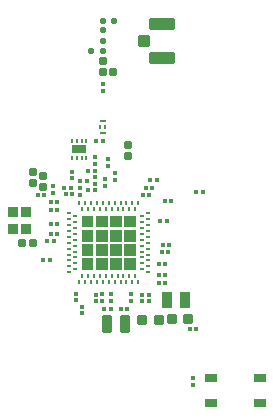
<source format=gtp>
G04*
G04 #@! TF.GenerationSoftware,Altium Limited,Altium NEXUS,5.1.2 (10)*
G04*
G04 Layer_Color=8421504*
%FSLAX25Y25*%
%MOIN*%
G70*
G04*
G04 #@! TF.SameCoordinates,614915EC-EFCC-4F07-BEE6-519DBFB5DABB*
G04*
G04*
G04 #@! TF.FilePolarity,Positive*
G04*
G01*
G75*
G04:AMPARAMS|DCode=10|XSize=35.43mil|YSize=31.5mil|CornerRadius=3.15mil|HoleSize=0mil|Usage=FLASHONLY|Rotation=270.000|XOffset=0mil|YOffset=0mil|HoleType=Round|Shape=RoundedRectangle|*
%AMROUNDEDRECTD10*
21,1,0.03543,0.02520,0,0,270.0*
21,1,0.02913,0.03150,0,0,270.0*
1,1,0.00630,-0.01260,-0.01457*
1,1,0.00630,-0.01260,0.01457*
1,1,0.00630,0.01260,0.01457*
1,1,0.00630,0.01260,-0.01457*
%
%ADD10ROUNDEDRECTD10*%
G04:AMPARAMS|DCode=11|XSize=31.5mil|YSize=59.06mil|CornerRadius=3.15mil|HoleSize=0mil|Usage=FLASHONLY|Rotation=0.000|XOffset=0mil|YOffset=0mil|HoleType=Round|Shape=RoundedRectangle|*
%AMROUNDEDRECTD11*
21,1,0.03150,0.05276,0,0,0.0*
21,1,0.02520,0.05906,0,0,0.0*
1,1,0.00630,0.01260,-0.02638*
1,1,0.00630,-0.01260,-0.02638*
1,1,0.00630,-0.01260,0.02638*
1,1,0.00630,0.01260,0.02638*
%
%ADD11ROUNDEDRECTD11*%
G04:AMPARAMS|DCode=12|XSize=13.78mil|YSize=7.87mil|CornerRadius=0.98mil|HoleSize=0mil|Usage=FLASHONLY|Rotation=270.000|XOffset=0mil|YOffset=0mil|HoleType=Round|Shape=RoundedRectangle|*
%AMROUNDEDRECTD12*
21,1,0.01378,0.00591,0,0,270.0*
21,1,0.01181,0.00787,0,0,270.0*
1,1,0.00197,-0.00295,-0.00591*
1,1,0.00197,-0.00295,0.00591*
1,1,0.00197,0.00295,0.00591*
1,1,0.00197,0.00295,-0.00591*
%
%ADD12ROUNDEDRECTD12*%
%ADD13R,0.04724X0.02756*%
G04:AMPARAMS|DCode=14|XSize=41.34mil|YSize=25.59mil|CornerRadius=2.56mil|HoleSize=0mil|Usage=FLASHONLY|Rotation=0.000|XOffset=0mil|YOffset=0mil|HoleType=Round|Shape=RoundedRectangle|*
%AMROUNDEDRECTD14*
21,1,0.04134,0.02047,0,0,0.0*
21,1,0.03622,0.02559,0,0,0.0*
1,1,0.00512,0.01811,-0.01024*
1,1,0.00512,-0.01811,-0.01024*
1,1,0.00512,-0.01811,0.01024*
1,1,0.00512,0.01811,0.01024*
%
%ADD14ROUNDEDRECTD14*%
G04:AMPARAMS|DCode=15|XSize=23.62mil|YSize=23.62mil|CornerRadius=2.36mil|HoleSize=0mil|Usage=FLASHONLY|Rotation=90.000|XOffset=0mil|YOffset=0mil|HoleType=Round|Shape=RoundedRectangle|*
%AMROUNDEDRECTD15*
21,1,0.02362,0.01890,0,0,90.0*
21,1,0.01890,0.02362,0,0,90.0*
1,1,0.00472,0.00945,0.00945*
1,1,0.00472,0.00945,-0.00945*
1,1,0.00472,-0.00945,-0.00945*
1,1,0.00472,-0.00945,0.00945*
%
%ADD15ROUNDEDRECTD15*%
%ADD16R,0.01181X0.00590*%
%ADD17R,0.00590X0.01181*%
G04:AMPARAMS|DCode=18|XSize=41.34mil|YSize=39.37mil|CornerRadius=3.94mil|HoleSize=0mil|Usage=FLASHONLY|Rotation=180.000|XOffset=0mil|YOffset=0mil|HoleType=Round|Shape=RoundedRectangle|*
%AMROUNDEDRECTD18*
21,1,0.04134,0.03150,0,0,180.0*
21,1,0.03347,0.03937,0,0,180.0*
1,1,0.00787,-0.01673,0.01575*
1,1,0.00787,0.01673,0.01575*
1,1,0.00787,0.01673,-0.01575*
1,1,0.00787,-0.01673,-0.01575*
%
%ADD18ROUNDEDRECTD18*%
G04:AMPARAMS|DCode=19|XSize=86.61mil|YSize=41.34mil|CornerRadius=4.13mil|HoleSize=0mil|Usage=FLASHONLY|Rotation=180.000|XOffset=0mil|YOffset=0mil|HoleType=Round|Shape=RoundedRectangle|*
%AMROUNDEDRECTD19*
21,1,0.08661,0.03307,0,0,180.0*
21,1,0.07835,0.04134,0,0,180.0*
1,1,0.00827,-0.03917,0.01654*
1,1,0.00827,0.03917,0.01654*
1,1,0.00827,0.03917,-0.01654*
1,1,0.00827,-0.03917,-0.01654*
%
%ADD19ROUNDEDRECTD19*%
G04:AMPARAMS|DCode=20|XSize=31.5mil|YSize=55.12mil|CornerRadius=3.15mil|HoleSize=0mil|Usage=FLASHONLY|Rotation=0.000|XOffset=0mil|YOffset=0mil|HoleType=Round|Shape=RoundedRectangle|*
%AMROUNDEDRECTD20*
21,1,0.03150,0.04882,0,0,0.0*
21,1,0.02520,0.05512,0,0,0.0*
1,1,0.00630,0.01260,-0.02441*
1,1,0.00630,-0.01260,-0.02441*
1,1,0.00630,-0.01260,0.02441*
1,1,0.00630,0.01260,0.02441*
%
%ADD20ROUNDEDRECTD20*%
G04:AMPARAMS|DCode=21|XSize=12.6mil|YSize=14.57mil|CornerRadius=0.63mil|HoleSize=0mil|Usage=FLASHONLY|Rotation=90.000|XOffset=0mil|YOffset=0mil|HoleType=Round|Shape=RoundedRectangle|*
%AMROUNDEDRECTD21*
21,1,0.01260,0.01331,0,0,90.0*
21,1,0.01134,0.01457,0,0,90.0*
1,1,0.00126,0.00665,0.00567*
1,1,0.00126,0.00665,-0.00567*
1,1,0.00126,-0.00665,-0.00567*
1,1,0.00126,-0.00665,0.00567*
%
%ADD21ROUNDEDRECTD21*%
G04:AMPARAMS|DCode=22|XSize=19.68mil|YSize=19.68mil|CornerRadius=1.97mil|HoleSize=0mil|Usage=FLASHONLY|Rotation=270.000|XOffset=0mil|YOffset=0mil|HoleType=Round|Shape=RoundedRectangle|*
%AMROUNDEDRECTD22*
21,1,0.01968,0.01575,0,0,270.0*
21,1,0.01575,0.01968,0,0,270.0*
1,1,0.00394,-0.00787,-0.00787*
1,1,0.00394,-0.00787,0.00787*
1,1,0.00394,0.00787,0.00787*
1,1,0.00394,0.00787,-0.00787*
%
%ADD22ROUNDEDRECTD22*%
G04:AMPARAMS|DCode=23|XSize=11.42mil|YSize=12.99mil|CornerRadius=0.98mil|HoleSize=0mil|Usage=FLASHONLY|Rotation=270.000|XOffset=0mil|YOffset=0mil|HoleType=Round|Shape=RoundedRectangle|*
%AMROUNDEDRECTD23*
21,1,0.01142,0.01102,0,0,270.0*
21,1,0.00945,0.01299,0,0,270.0*
1,1,0.00197,-0.00551,-0.00472*
1,1,0.00197,-0.00551,0.00472*
1,1,0.00197,0.00551,0.00472*
1,1,0.00197,0.00551,-0.00472*
%
%ADD23ROUNDEDRECTD23*%
G04:AMPARAMS|DCode=24|XSize=15.75mil|YSize=7.87mil|CornerRadius=0.98mil|HoleSize=0mil|Usage=FLASHONLY|Rotation=90.000|XOffset=0mil|YOffset=0mil|HoleType=Round|Shape=RoundedRectangle|*
%AMROUNDEDRECTD24*
21,1,0.01575,0.00591,0,0,90.0*
21,1,0.01378,0.00787,0,0,90.0*
1,1,0.00197,0.00295,0.00689*
1,1,0.00197,0.00295,-0.00689*
1,1,0.00197,-0.00295,-0.00689*
1,1,0.00197,-0.00295,0.00689*
%
%ADD24ROUNDEDRECTD24*%
G04:AMPARAMS|DCode=25|XSize=19.68mil|YSize=9.84mil|CornerRadius=1.97mil|HoleSize=0mil|Usage=FLASHONLY|Rotation=180.000|XOffset=0mil|YOffset=0mil|HoleType=Round|Shape=RoundedRectangle|*
%AMROUNDEDRECTD25*
21,1,0.01968,0.00591,0,0,180.0*
21,1,0.01575,0.00984,0,0,180.0*
1,1,0.00394,-0.00787,0.00295*
1,1,0.00394,0.00787,0.00295*
1,1,0.00394,0.00787,-0.00295*
1,1,0.00394,-0.00787,-0.00295*
%
%ADD25ROUNDEDRECTD25*%
G04:AMPARAMS|DCode=26|XSize=33.47mil|YSize=31.5mil|CornerRadius=3.94mil|HoleSize=0mil|Usage=FLASHONLY|Rotation=270.000|XOffset=0mil|YOffset=0mil|HoleType=Round|Shape=RoundedRectangle|*
%AMROUNDEDRECTD26*
21,1,0.03347,0.02362,0,0,270.0*
21,1,0.02559,0.03150,0,0,270.0*
1,1,0.00787,-0.01181,-0.01280*
1,1,0.00787,-0.01181,0.01280*
1,1,0.00787,0.01181,0.01280*
1,1,0.00787,0.01181,-0.01280*
%
%ADD26ROUNDEDRECTD26*%
G04:AMPARAMS|DCode=27|XSize=11.42mil|YSize=12.99mil|CornerRadius=0.98mil|HoleSize=0mil|Usage=FLASHONLY|Rotation=180.000|XOffset=0mil|YOffset=0mil|HoleType=Round|Shape=RoundedRectangle|*
%AMROUNDEDRECTD27*
21,1,0.01142,0.01102,0,0,180.0*
21,1,0.00945,0.01299,0,0,180.0*
1,1,0.00197,-0.00472,0.00551*
1,1,0.00197,0.00472,0.00551*
1,1,0.00197,0.00472,-0.00551*
1,1,0.00197,-0.00472,-0.00551*
%
%ADD27ROUNDEDRECTD27*%
G04:AMPARAMS|DCode=28|XSize=12.6mil|YSize=14.57mil|CornerRadius=0.63mil|HoleSize=0mil|Usage=FLASHONLY|Rotation=180.000|XOffset=0mil|YOffset=0mil|HoleType=Round|Shape=RoundedRectangle|*
%AMROUNDEDRECTD28*
21,1,0.01260,0.01331,0,0,180.0*
21,1,0.01134,0.01457,0,0,180.0*
1,1,0.00126,-0.00567,0.00665*
1,1,0.00126,0.00567,0.00665*
1,1,0.00126,0.00567,-0.00665*
1,1,0.00126,-0.00567,-0.00665*
%
%ADD28ROUNDEDRECTD28*%
G04:AMPARAMS|DCode=29|XSize=12.6mil|YSize=13.39mil|CornerRadius=1.58mil|HoleSize=0mil|Usage=FLASHONLY|Rotation=90.000|XOffset=0mil|YOffset=0mil|HoleType=Round|Shape=RoundedRectangle|*
%AMROUNDEDRECTD29*
21,1,0.01260,0.01024,0,0,90.0*
21,1,0.00945,0.01339,0,0,90.0*
1,1,0.00315,0.00512,0.00472*
1,1,0.00315,0.00512,-0.00472*
1,1,0.00315,-0.00512,-0.00472*
1,1,0.00315,-0.00512,0.00472*
%
%ADD29ROUNDEDRECTD29*%
G04:AMPARAMS|DCode=30|XSize=12.6mil|YSize=13.39mil|CornerRadius=1.58mil|HoleSize=0mil|Usage=FLASHONLY|Rotation=180.000|XOffset=0mil|YOffset=0mil|HoleType=Round|Shape=RoundedRectangle|*
%AMROUNDEDRECTD30*
21,1,0.01260,0.01024,0,0,180.0*
21,1,0.00945,0.01339,0,0,180.0*
1,1,0.00315,-0.00472,0.00512*
1,1,0.00315,0.00472,0.00512*
1,1,0.00315,0.00472,-0.00512*
1,1,0.00315,-0.00472,-0.00512*
%
%ADD30ROUNDEDRECTD30*%
G04:AMPARAMS|DCode=31|XSize=23.62mil|YSize=23.62mil|CornerRadius=2.36mil|HoleSize=0mil|Usage=FLASHONLY|Rotation=0.000|XOffset=0mil|YOffset=0mil|HoleType=Round|Shape=RoundedRectangle|*
%AMROUNDEDRECTD31*
21,1,0.02362,0.01890,0,0,0.0*
21,1,0.01890,0.02362,0,0,0.0*
1,1,0.00472,0.00945,-0.00945*
1,1,0.00472,-0.00945,-0.00945*
1,1,0.00472,-0.00945,0.00945*
1,1,0.00472,0.00945,0.00945*
%
%ADD31ROUNDEDRECTD31*%
G04:AMPARAMS|DCode=32|XSize=19.68mil|YSize=19.68mil|CornerRadius=1.97mil|HoleSize=0mil|Usage=FLASHONLY|Rotation=180.000|XOffset=0mil|YOffset=0mil|HoleType=Round|Shape=RoundedRectangle|*
%AMROUNDEDRECTD32*
21,1,0.01968,0.01575,0,0,180.0*
21,1,0.01575,0.01968,0,0,180.0*
1,1,0.00394,-0.00787,0.00787*
1,1,0.00394,0.00787,0.00787*
1,1,0.00394,0.00787,-0.00787*
1,1,0.00394,-0.00787,-0.00787*
%
%ADD32ROUNDEDRECTD32*%
G36*
X43110Y55905D02*
Y51968D01*
X47047D01*
Y55905D01*
X43110D01*
D02*
G37*
G36*
Y60630D02*
Y56693D01*
X47047D01*
Y60630D01*
X43110D01*
D02*
G37*
G36*
X47835Y55905D02*
Y51968D01*
X51771D01*
Y55905D01*
X47835D01*
D02*
G37*
G36*
Y60630D02*
Y56693D01*
X51771D01*
Y60630D01*
X47835D01*
D02*
G37*
G36*
X43110Y65354D02*
Y61417D01*
X47047D01*
Y65354D01*
X43110D01*
D02*
G37*
G36*
Y70079D02*
Y66142D01*
X47047D01*
Y70079D01*
X43110D01*
D02*
G37*
G36*
X47835Y65354D02*
Y61417D01*
X51771D01*
Y65354D01*
X47835D01*
D02*
G37*
G36*
Y70079D02*
Y66142D01*
X51771D01*
Y70079D01*
X47835D01*
D02*
G37*
G36*
X52559Y55905D02*
Y51968D01*
X56496D01*
Y55905D01*
X52559D01*
D02*
G37*
G36*
Y60630D02*
Y56693D01*
X56496D01*
Y60630D01*
X52559D01*
D02*
G37*
G36*
X57283Y55905D02*
Y51968D01*
X61220D01*
Y55905D01*
X57283D01*
D02*
G37*
G36*
Y60630D02*
Y56693D01*
X61220D01*
Y60630D01*
X57283D01*
D02*
G37*
G36*
X52559Y65354D02*
Y61417D01*
X56496D01*
Y65354D01*
X52559D01*
D02*
G37*
G36*
Y70079D02*
Y66142D01*
X56496D01*
Y70079D01*
X52559D01*
D02*
G37*
G36*
X57283Y65354D02*
Y61417D01*
X61220D01*
Y65354D01*
X57283D01*
D02*
G37*
G36*
Y70079D02*
Y66142D01*
X61220D01*
Y70079D01*
X57283D01*
D02*
G37*
D10*
X24606Y71260D02*
D03*
Y65748D02*
D03*
X20276D02*
D03*
Y71260D02*
D03*
D11*
X57480Y34055D02*
D03*
X51575D02*
D03*
D12*
X43110Y95079D02*
D03*
X44685Y89370D02*
D03*
X39961D02*
D03*
Y95079D02*
D03*
X41535Y89370D02*
D03*
X43110D02*
D03*
X41535Y95079D02*
D03*
X44685D02*
D03*
D13*
X42323Y92224D02*
D03*
D14*
X86319Y16043D02*
D03*
Y7579D02*
D03*
X102657D02*
D03*
Y16043D02*
D03*
D15*
X53642Y117913D02*
D03*
X50098D02*
D03*
X23425Y60827D02*
D03*
X26969D02*
D03*
D16*
X63287Y69882D02*
D03*
Y67913D02*
D03*
Y65945D02*
D03*
Y63976D02*
D03*
Y62008D02*
D03*
Y60039D02*
D03*
Y58071D02*
D03*
Y56102D02*
D03*
Y54134D02*
D03*
Y52165D02*
D03*
X41043D02*
D03*
Y54134D02*
D03*
Y56102D02*
D03*
Y58071D02*
D03*
Y60039D02*
D03*
Y62008D02*
D03*
Y63976D02*
D03*
Y65945D02*
D03*
Y67913D02*
D03*
Y69882D02*
D03*
X65256Y70866D02*
D03*
Y68898D02*
D03*
Y66929D02*
D03*
Y64961D02*
D03*
Y62992D02*
D03*
Y61024D02*
D03*
Y59055D02*
D03*
Y57087D02*
D03*
Y55118D02*
D03*
Y53150D02*
D03*
Y51181D02*
D03*
X39075D02*
D03*
Y53150D02*
D03*
Y55118D02*
D03*
Y57087D02*
D03*
Y59055D02*
D03*
Y61024D02*
D03*
Y62992D02*
D03*
Y64961D02*
D03*
Y66929D02*
D03*
Y68898D02*
D03*
Y70866D02*
D03*
D17*
X61023Y49902D02*
D03*
X59055D02*
D03*
X57086D02*
D03*
X55118D02*
D03*
X53149D02*
D03*
X51181D02*
D03*
X49213D02*
D03*
X47244D02*
D03*
X45276D02*
D03*
X43307D02*
D03*
Y72146D02*
D03*
X45276D02*
D03*
X47244D02*
D03*
X49213D02*
D03*
X51181D02*
D03*
X53149D02*
D03*
X55118D02*
D03*
X57086D02*
D03*
X59055D02*
D03*
X61023D02*
D03*
X42323Y74114D02*
D03*
X44291D02*
D03*
X46260D02*
D03*
X48228D02*
D03*
X50197D02*
D03*
X52165D02*
D03*
X54134D02*
D03*
X56102D02*
D03*
X58071D02*
D03*
X60039D02*
D03*
X62008D02*
D03*
Y47933D02*
D03*
X60039D02*
D03*
X58071D02*
D03*
X56102D02*
D03*
X54134D02*
D03*
X52165D02*
D03*
X50197D02*
D03*
X48228D02*
D03*
X46260D02*
D03*
X44291D02*
D03*
X42323D02*
D03*
D18*
X63779Y128248D02*
D03*
D19*
X69784Y134055D02*
D03*
Y122441D02*
D03*
D20*
X77756Y41929D02*
D03*
X71457D02*
D03*
D21*
X40039Y77165D02*
D03*
X37913D02*
D03*
D22*
X50098Y135039D02*
D03*
X54035D02*
D03*
X50098Y125000D02*
D03*
X46161D02*
D03*
D23*
X37303Y79331D02*
D03*
X39469D02*
D03*
X69784Y57874D02*
D03*
X71949D02*
D03*
X66043Y82087D02*
D03*
X68209D02*
D03*
X68799Y53937D02*
D03*
X70965D02*
D03*
X68799Y47441D02*
D03*
X70965D02*
D03*
X64468Y79331D02*
D03*
X66634D02*
D03*
X69390Y68110D02*
D03*
X71555D02*
D03*
X30413Y55118D02*
D03*
X32579D02*
D03*
X70768Y74803D02*
D03*
X72933D02*
D03*
X63484Y76968D02*
D03*
X65650D02*
D03*
X68799Y50394D02*
D03*
X70965D02*
D03*
X70177Y60433D02*
D03*
X72342D02*
D03*
X31693Y61614D02*
D03*
X33858D02*
D03*
X45374Y78543D02*
D03*
X47539D02*
D03*
X30709Y76772D02*
D03*
X28543D02*
D03*
X32776Y74606D02*
D03*
X34941D02*
D03*
X47933Y95079D02*
D03*
X50098D02*
D03*
X32776Y63976D02*
D03*
X34941D02*
D03*
Y67323D02*
D03*
X32776D02*
D03*
X34941Y71850D02*
D03*
X32776D02*
D03*
X42618Y81496D02*
D03*
X44783D02*
D03*
X56201Y38976D02*
D03*
X58366D02*
D03*
X50689D02*
D03*
X52854D02*
D03*
X79232Y32283D02*
D03*
X81398D02*
D03*
X47539Y85039D02*
D03*
X45374D02*
D03*
D24*
X51083Y99606D02*
D03*
X49114D02*
D03*
D25*
X50098Y101575D02*
D03*
Y97638D02*
D03*
D26*
X68898Y35433D02*
D03*
X63386D02*
D03*
X78740Y35630D02*
D03*
X73228D02*
D03*
D27*
X63386Y43602D02*
D03*
Y41437D02*
D03*
X65748D02*
D03*
Y43602D02*
D03*
X43307Y39665D02*
D03*
Y37500D02*
D03*
X41142Y43996D02*
D03*
Y41831D02*
D03*
X52953Y43799D02*
D03*
Y41634D02*
D03*
X59646D02*
D03*
Y43799D02*
D03*
X47638Y87402D02*
D03*
Y89567D02*
D03*
X39961Y84744D02*
D03*
Y82579D02*
D03*
X50098Y111614D02*
D03*
Y113779D02*
D03*
X51968Y86713D02*
D03*
Y88878D02*
D03*
X50886Y82185D02*
D03*
Y80020D02*
D03*
X54134Y81988D02*
D03*
Y84153D02*
D03*
X48031Y43602D02*
D03*
Y41437D02*
D03*
X33465Y77658D02*
D03*
Y79823D02*
D03*
D28*
X47638Y80728D02*
D03*
Y82854D02*
D03*
X42520Y77087D02*
D03*
Y79213D02*
D03*
D29*
X81299Y77953D02*
D03*
X83661D02*
D03*
D30*
X50000Y43898D02*
D03*
Y41535D02*
D03*
X80118Y15945D02*
D03*
Y13583D02*
D03*
D31*
X58661Y93504D02*
D03*
Y89961D02*
D03*
X30315Y83268D02*
D03*
Y79724D02*
D03*
X26772Y84449D02*
D03*
Y80905D02*
D03*
X50098Y121457D02*
D03*
Y117913D02*
D03*
D32*
Y132087D02*
D03*
Y128150D02*
D03*
M02*

</source>
